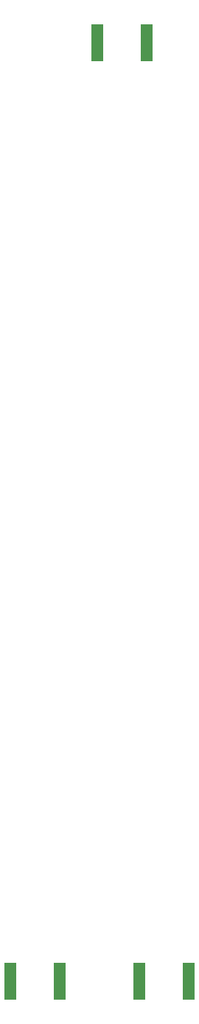
<source format=gbr>
%TF.GenerationSoftware,KiCad,Pcbnew,(6.0.2)*%
%TF.CreationDate,2022-11-12T12:21:54-08:00*%
%TF.ProjectId,cwaz_lpf,6377617a-5f6c-4706-962e-6b696361645f,rev?*%
%TF.SameCoordinates,Original*%
%TF.FileFunction,Paste,Bot*%
%TF.FilePolarity,Positive*%
%FSLAX46Y46*%
G04 Gerber Fmt 4.6, Leading zero omitted, Abs format (unit mm)*
G04 Created by KiCad (PCBNEW (6.0.2)) date 2022-11-12 12:21:54*
%MOMM*%
%LPD*%
G01*
G04 APERTURE LIST*
%ADD10R,1.350000X4.200000*%
G04 APERTURE END LIST*
D10*
%TO.C,J9*%
X96450000Y-150400000D03*
X90800000Y-150400000D03*
%TD*%
%TO.C,J3*%
X105600000Y-150400000D03*
X111250000Y-150400000D03*
%TD*%
%TO.C,J4*%
X106400000Y-42600000D03*
X100750000Y-42600000D03*
%TD*%
M02*

</source>
